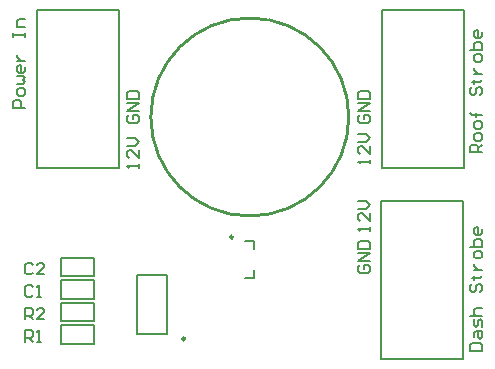
<source format=gto>
G04*
G04 #@! TF.GenerationSoftware,Altium Limited,Altium Designer,18.1.6 (161)*
G04*
G04 Layer_Color=65535*
%FSLAX44Y44*%
%MOMM*%
G71*
G01*
G75*
%ADD10C,0.2500*%
%ADD11C,0.2540*%
%ADD12C,0.2000*%
%ADD13C,0.1270*%
D10*
X201800Y101550D02*
G03*
X201800Y101550I-1250J0D01*
G01*
D11*
X161120Y15450D02*
G03*
X161120Y15450I-1270J0D01*
G01*
X299720Y203200D02*
G03*
X299720Y203200I-83820J0D01*
G01*
D12*
X212050Y98050D02*
X219550D01*
Y67050D02*
Y74050D01*
X212050Y67050D02*
X219550D01*
Y91050D02*
Y98050D01*
X326950Y-1730D02*
X396450D01*
Y131770D01*
X326950D02*
X396450D01*
X326950Y-1730D02*
Y131770D01*
X396950Y160330D02*
Y293830D01*
X327450Y160330D02*
X396950D01*
X327450D02*
Y293830D01*
X396950D01*
X104850Y160330D02*
Y293830D01*
X35350Y160330D02*
X104850D01*
X35350D02*
Y293830D01*
X104850D01*
X55850Y84200D02*
X83850D01*
Y68200D02*
Y84200D01*
X55850Y68200D02*
X83850D01*
X55850D02*
Y84200D01*
Y46100D02*
X83850D01*
Y30100D02*
Y46100D01*
X55850Y30100D02*
X83850D01*
X55850D02*
Y46100D01*
Y11050D02*
X83850D01*
X55850D02*
Y27050D01*
X83850D01*
Y11050D02*
Y27050D01*
X55850Y65150D02*
X83850D01*
Y49150D02*
Y65150D01*
X55850Y49150D02*
X83850D01*
X55850D02*
Y65150D01*
X317500Y106680D02*
Y110012D01*
Y108346D01*
X307503D01*
X309169Y106680D01*
X317500Y121675D02*
Y115011D01*
X310835Y121675D01*
X309169D01*
X307503Y120009D01*
Y116677D01*
X309169Y115011D01*
X307503Y125007D02*
X314168D01*
X317500Y128340D01*
X314168Y131672D01*
X307503D01*
X309169Y77785D02*
X307503Y76118D01*
Y72786D01*
X309169Y71120D01*
X315834D01*
X317500Y72786D01*
Y76118D01*
X315834Y77785D01*
X312502D01*
Y74452D01*
X317500Y81117D02*
X307503D01*
X317500Y87781D01*
X307503D01*
Y91114D02*
X317500D01*
Y96112D01*
X315834Y97778D01*
X309169D01*
X307503Y96112D01*
Y91114D01*
X402753Y5080D02*
X412750D01*
Y10078D01*
X411084Y11745D01*
X404419D01*
X402753Y10078D01*
Y5080D01*
X406086Y16743D02*
Y20075D01*
X407752Y21741D01*
X412750D01*
Y16743D01*
X411084Y15077D01*
X409418Y16743D01*
Y21741D01*
X412750Y25074D02*
Y30072D01*
X411084Y31738D01*
X409418Y30072D01*
Y26740D01*
X407752Y25074D01*
X406086Y26740D01*
Y31738D01*
X402753Y35070D02*
X412750D01*
X407752D01*
X406086Y36737D01*
Y40069D01*
X407752Y41735D01*
X412750D01*
X404419Y61728D02*
X402753Y60062D01*
Y56730D01*
X404419Y55064D01*
X406086D01*
X407752Y56730D01*
Y60062D01*
X409418Y61728D01*
X411084D01*
X412750Y60062D01*
Y56730D01*
X411084Y55064D01*
X404419Y66727D02*
X406086D01*
Y65061D01*
Y68393D01*
Y66727D01*
X411084D01*
X412750Y68393D01*
X406086Y73391D02*
X412750D01*
X409418D01*
X407752Y75058D01*
X406086Y76724D01*
Y78390D01*
X412750Y85054D02*
Y88386D01*
X411084Y90053D01*
X407752D01*
X406086Y88386D01*
Y85054D01*
X407752Y83388D01*
X411084D01*
X412750Y85054D01*
X402753Y93385D02*
X412750D01*
Y98383D01*
X411084Y100049D01*
X409418D01*
X407752D01*
X406086Y98383D01*
Y93385D01*
X412750Y108380D02*
Y105048D01*
X411084Y103382D01*
X407752D01*
X406086Y105048D01*
Y108380D01*
X407752Y110046D01*
X409418D01*
Y103382D01*
X25400Y210820D02*
X15403D01*
Y215818D01*
X17069Y217484D01*
X20402D01*
X22068Y215818D01*
Y210820D01*
X25400Y222483D02*
Y225815D01*
X23734Y227481D01*
X20402D01*
X18736Y225815D01*
Y222483D01*
X20402Y220817D01*
X23734D01*
X25400Y222483D01*
X18736Y230814D02*
X23734D01*
X25400Y232480D01*
X23734Y234146D01*
X25400Y235812D01*
X23734Y237478D01*
X18736D01*
X25400Y245809D02*
Y242477D01*
X23734Y240810D01*
X20402D01*
X18736Y242477D01*
Y245809D01*
X20402Y247475D01*
X22068D01*
Y240810D01*
X18736Y250807D02*
X25400D01*
X22068D01*
X20402Y252473D01*
X18736Y254139D01*
Y255805D01*
X15403Y270801D02*
Y274133D01*
Y272467D01*
X25400D01*
Y270801D01*
Y274133D01*
Y279131D02*
X18736D01*
Y284130D01*
X20402Y285796D01*
X25400D01*
X412750Y173228D02*
X402753D01*
Y178226D01*
X404419Y179893D01*
X407752D01*
X409418Y178226D01*
Y173228D01*
Y176560D02*
X412750Y179893D01*
Y184891D02*
Y188223D01*
X411084Y189889D01*
X407752D01*
X406086Y188223D01*
Y184891D01*
X407752Y183225D01*
X411084D01*
X412750Y184891D01*
Y194888D02*
Y198220D01*
X411084Y199886D01*
X407752D01*
X406086Y198220D01*
Y194888D01*
X407752Y193222D01*
X411084D01*
X412750Y194888D01*
Y204884D02*
X404419D01*
X407752D01*
Y203218D01*
Y206551D01*
Y204884D01*
X404419D01*
X402753Y206551D01*
X404419Y228210D02*
X402753Y226544D01*
Y223212D01*
X404419Y221546D01*
X406086D01*
X407752Y223212D01*
Y226544D01*
X409418Y228210D01*
X411084D01*
X412750Y226544D01*
Y223212D01*
X411084Y221546D01*
X404419Y233209D02*
X406086D01*
Y231542D01*
Y234875D01*
Y233209D01*
X411084D01*
X412750Y234875D01*
X406086Y239873D02*
X412750D01*
X409418D01*
X407752Y241539D01*
X406086Y243205D01*
Y244872D01*
X412750Y251536D02*
Y254868D01*
X411084Y256535D01*
X407752D01*
X406086Y254868D01*
Y251536D01*
X407752Y249870D01*
X411084D01*
X412750Y251536D01*
X402753Y259867D02*
X412750D01*
Y264865D01*
X411084Y266531D01*
X409418D01*
X407752D01*
X406086Y264865D01*
Y259867D01*
X412750Y274862D02*
Y271530D01*
X411084Y269863D01*
X407752D01*
X406086Y271530D01*
Y274862D01*
X407752Y276528D01*
X409418D01*
Y269863D01*
X309169Y204785D02*
X307503Y203118D01*
Y199786D01*
X309169Y198120D01*
X315834D01*
X317500Y199786D01*
Y203118D01*
X315834Y204785D01*
X312502D01*
Y201452D01*
X317500Y208117D02*
X307503D01*
X317500Y214781D01*
X307503D01*
Y218114D02*
X317500D01*
Y223112D01*
X315834Y224778D01*
X309169D01*
X307503Y223112D01*
Y218114D01*
X113589Y204785D02*
X111923Y203118D01*
Y199786D01*
X113589Y198120D01*
X120254D01*
X121920Y199786D01*
Y203118D01*
X120254Y204785D01*
X116922D01*
Y201452D01*
X121920Y208117D02*
X111923D01*
X121920Y214781D01*
X111923D01*
Y218114D02*
X121920D01*
Y223112D01*
X120254Y224778D01*
X113589D01*
X111923Y223112D01*
Y218114D01*
X121920Y160330D02*
Y163662D01*
Y161996D01*
X111923D01*
X113589Y160330D01*
X121920Y175325D02*
Y168661D01*
X115255Y175325D01*
X113589D01*
X111923Y173659D01*
Y170327D01*
X113589Y168661D01*
X111923Y178657D02*
X118588D01*
X121920Y181990D01*
X118588Y185322D01*
X111923D01*
X317500Y163830D02*
Y167162D01*
Y165496D01*
X307503D01*
X309169Y163830D01*
X317500Y178825D02*
Y172161D01*
X310835Y178825D01*
X309169D01*
X307503Y177159D01*
Y173827D01*
X309169Y172161D01*
X307503Y182157D02*
X314168D01*
X317500Y185490D01*
X314168Y188822D01*
X307503D01*
X32064Y78181D02*
X30398Y79847D01*
X27066D01*
X25400Y78181D01*
Y71516D01*
X27066Y69850D01*
X30398D01*
X32064Y71516D01*
X42061Y69850D02*
X35397D01*
X42061Y76515D01*
Y78181D01*
X40395Y79847D01*
X37063D01*
X35397Y78181D01*
X25400Y12700D02*
Y22697D01*
X30398D01*
X32064Y21031D01*
Y17698D01*
X30398Y16032D01*
X25400D01*
X28732D02*
X32064Y12700D01*
X35397D02*
X38729D01*
X37063D01*
Y22697D01*
X35397Y21031D01*
X25400Y31750D02*
Y41747D01*
X30398D01*
X32064Y40081D01*
Y36748D01*
X30398Y35082D01*
X25400D01*
X28732D02*
X32064Y31750D01*
X42061D02*
X35397D01*
X42061Y38414D01*
Y40081D01*
X40395Y41747D01*
X37063D01*
X35397Y40081D01*
X32064Y59131D02*
X30398Y60797D01*
X27066D01*
X25400Y59131D01*
Y52466D01*
X27066Y50800D01*
X30398D01*
X32064Y52466D01*
X35397Y50800D02*
X38729D01*
X37063D01*
Y60797D01*
X35397Y59131D01*
D13*
X120650Y69450D02*
X146050D01*
X120650Y19450D02*
X146050D01*
Y69450D01*
X120650Y19450D02*
Y69450D01*
M02*

</source>
